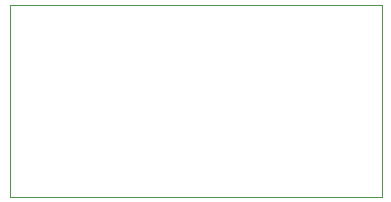
<source format=gbr>
G04 #@! TF.GenerationSoftware,KiCad,Pcbnew,(5.1.5)-3*
G04 #@! TF.CreationDate,2021-08-24T07:45:27-07:00*
G04 #@! TF.ProjectId,USB breakout,55534220-6272-4656-916b-6f75742e6b69,rev?*
G04 #@! TF.SameCoordinates,Original*
G04 #@! TF.FileFunction,Profile,NP*
%FSLAX46Y46*%
G04 Gerber Fmt 4.6, Leading zero omitted, Abs format (unit mm)*
G04 Created by KiCad (PCBNEW (5.1.5)-3) date 2021-08-24 07:45:27*
%MOMM*%
%LPD*%
G04 APERTURE LIST*
%ADD10C,0.050000*%
G04 APERTURE END LIST*
D10*
X131500000Y-100000000D02*
X100000000Y-100000000D01*
X100000000Y-83750000D02*
X131500000Y-83750000D01*
X100000000Y-83750000D02*
X100000000Y-100000000D01*
X131500000Y-83750000D02*
X131500000Y-100000000D01*
M02*

</source>
